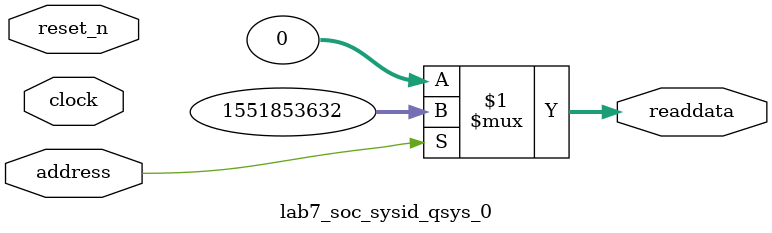
<source format=v>



// synthesis translate_off
`timescale 1ns / 1ps
// synthesis translate_on

// turn off superfluous verilog processor warnings 
// altera message_level Level1 
// altera message_off 10034 10035 10036 10037 10230 10240 10030 

module lab7_soc_sysid_qsys_0 (
               // inputs:
                address,
                clock,
                reset_n,

               // outputs:
                readdata
             )
;

  output  [ 31: 0] readdata;
  input            address;
  input            clock;
  input            reset_n;

  wire    [ 31: 0] readdata;
  //control_slave, which is an e_avalon_slave
  assign readdata = address ? 1551853632 : 0;

endmodule



</source>
